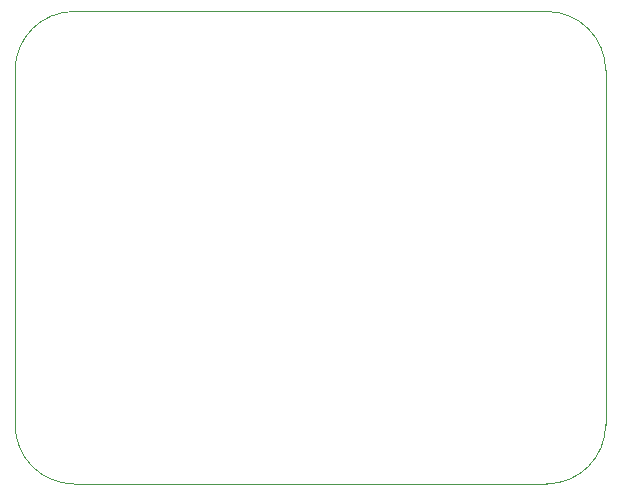
<source format=gm1>
G04 #@! TF.GenerationSoftware,KiCad,Pcbnew,(5.1.9)-1*
G04 #@! TF.CreationDate,2021-04-25T19:06:47+03:00*
G04 #@! TF.ProjectId,TPS5430_Board_Rev_1.0,54505335-3433-4305-9f42-6f6172645f52,rev?*
G04 #@! TF.SameCoordinates,Original*
G04 #@! TF.FileFunction,Profile,NP*
%FSLAX46Y46*%
G04 Gerber Fmt 4.6, Leading zero omitted, Abs format (unit mm)*
G04 Created by KiCad (PCBNEW (5.1.9)-1) date 2021-04-25 19:06:47*
%MOMM*%
%LPD*%
G01*
G04 APERTURE LIST*
G04 #@! TA.AperFunction,Profile*
%ADD10C,0.050000*%
G04 #@! TD*
G04 APERTURE END LIST*
D10*
X60000000Y-105000000D02*
G75*
G02*
X65000000Y-100000000I5000000J0D01*
G01*
X65000000Y-140000000D02*
G75*
G02*
X60000000Y-135000000I0J5000000D01*
G01*
X110000000Y-135000000D02*
G75*
G02*
X105000000Y-140000000I-5000000J0D01*
G01*
X105000000Y-100000000D02*
G75*
G02*
X110000000Y-105000000I0J-5000000D01*
G01*
X60000000Y-135000000D02*
X60000000Y-105000000D01*
X105000000Y-140000000D02*
X65000000Y-140000000D01*
X110000000Y-105000000D02*
X110000000Y-135000000D01*
X65000000Y-100000000D02*
X105000000Y-100000000D01*
M02*

</source>
